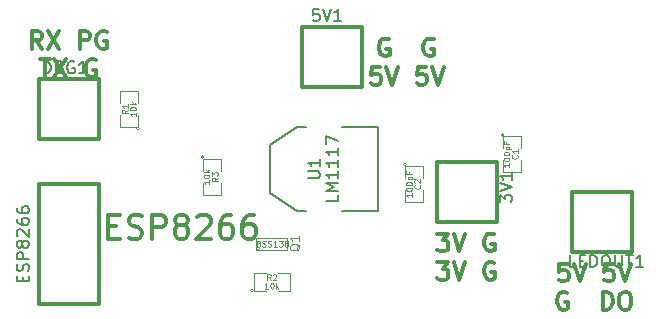
<source format=gto>
G04 (created by PCBNEW (2013-may-18)-stable) date Wed 29 Apr 2015 02:06:08 AM PDT*
%MOIN*%
G04 Gerber Fmt 3.4, Leading zero omitted, Abs format*
%FSLAX34Y34*%
G01*
G70*
G90*
G04 APERTURE LIST*
%ADD10C,0.00590551*%
%ADD11C,0.011811*%
%ADD12C,0.0031*%
%ADD13C,0.008*%
%ADD14C,0.0039*%
%ADD15C,0.012*%
%ADD16C,0.0047*%
%ADD17C,0.0043*%
G04 APERTURE END LIST*
G54D10*
G54D11*
X22562Y-23156D02*
X22825Y-23156D01*
X22937Y-23568D02*
X22562Y-23568D01*
X22562Y-22781D01*
X22937Y-22781D01*
X23237Y-23531D02*
X23350Y-23568D01*
X23537Y-23568D01*
X23612Y-23531D01*
X23650Y-23493D01*
X23687Y-23418D01*
X23687Y-23343D01*
X23650Y-23268D01*
X23612Y-23231D01*
X23537Y-23193D01*
X23387Y-23156D01*
X23312Y-23118D01*
X23275Y-23081D01*
X23237Y-23006D01*
X23237Y-22931D01*
X23275Y-22856D01*
X23312Y-22818D01*
X23387Y-22781D01*
X23575Y-22781D01*
X23687Y-22818D01*
X24025Y-23568D02*
X24025Y-22781D01*
X24325Y-22781D01*
X24400Y-22818D01*
X24437Y-22856D01*
X24475Y-22931D01*
X24475Y-23043D01*
X24437Y-23118D01*
X24400Y-23156D01*
X24325Y-23193D01*
X24025Y-23193D01*
X24925Y-23118D02*
X24850Y-23081D01*
X24812Y-23043D01*
X24775Y-22968D01*
X24775Y-22931D01*
X24812Y-22856D01*
X24850Y-22818D01*
X24925Y-22781D01*
X25074Y-22781D01*
X25149Y-22818D01*
X25187Y-22856D01*
X25224Y-22931D01*
X25224Y-22968D01*
X25187Y-23043D01*
X25149Y-23081D01*
X25074Y-23118D01*
X24925Y-23118D01*
X24850Y-23156D01*
X24812Y-23193D01*
X24775Y-23268D01*
X24775Y-23418D01*
X24812Y-23493D01*
X24850Y-23531D01*
X24925Y-23568D01*
X25074Y-23568D01*
X25149Y-23531D01*
X25187Y-23493D01*
X25224Y-23418D01*
X25224Y-23268D01*
X25187Y-23193D01*
X25149Y-23156D01*
X25074Y-23118D01*
X25524Y-22856D02*
X25562Y-22818D01*
X25637Y-22781D01*
X25824Y-22781D01*
X25899Y-22818D01*
X25937Y-22856D01*
X25974Y-22931D01*
X25974Y-23006D01*
X25937Y-23118D01*
X25487Y-23568D01*
X25974Y-23568D01*
X26649Y-22781D02*
X26499Y-22781D01*
X26424Y-22818D01*
X26387Y-22856D01*
X26312Y-22968D01*
X26274Y-23118D01*
X26274Y-23418D01*
X26312Y-23493D01*
X26349Y-23531D01*
X26424Y-23568D01*
X26574Y-23568D01*
X26649Y-23531D01*
X26687Y-23493D01*
X26724Y-23418D01*
X26724Y-23231D01*
X26687Y-23156D01*
X26649Y-23118D01*
X26574Y-23081D01*
X26424Y-23081D01*
X26349Y-23118D01*
X26312Y-23156D01*
X26274Y-23231D01*
X27399Y-22781D02*
X27249Y-22781D01*
X27174Y-22818D01*
X27137Y-22856D01*
X27062Y-22968D01*
X27024Y-23118D01*
X27024Y-23418D01*
X27062Y-23493D01*
X27099Y-23531D01*
X27174Y-23568D01*
X27324Y-23568D01*
X27399Y-23531D01*
X27437Y-23493D01*
X27474Y-23418D01*
X27474Y-23231D01*
X27437Y-23156D01*
X27399Y-23118D01*
X27324Y-23081D01*
X27174Y-23081D01*
X27099Y-23118D01*
X27062Y-23156D01*
X27024Y-23231D01*
X20336Y-17239D02*
X20139Y-16957D01*
X19998Y-17239D02*
X19998Y-16648D01*
X20223Y-16648D01*
X20279Y-16676D01*
X20307Y-16704D01*
X20336Y-16760D01*
X20336Y-16845D01*
X20307Y-16901D01*
X20279Y-16929D01*
X20223Y-16957D01*
X19998Y-16957D01*
X20532Y-16648D02*
X20926Y-17239D01*
X20926Y-16648D02*
X20532Y-17239D01*
X21601Y-17239D02*
X21601Y-16648D01*
X21826Y-16648D01*
X21882Y-16676D01*
X21910Y-16704D01*
X21938Y-16760D01*
X21938Y-16845D01*
X21910Y-16901D01*
X21882Y-16929D01*
X21826Y-16957D01*
X21601Y-16957D01*
X22501Y-16676D02*
X22445Y-16648D01*
X22360Y-16648D01*
X22276Y-16676D01*
X22220Y-16732D01*
X22192Y-16789D01*
X22163Y-16901D01*
X22163Y-16985D01*
X22192Y-17098D01*
X22220Y-17154D01*
X22276Y-17210D01*
X22360Y-17239D01*
X22417Y-17239D01*
X22501Y-17210D01*
X22529Y-17182D01*
X22529Y-16985D01*
X22417Y-16985D01*
X20279Y-17593D02*
X20617Y-17593D01*
X20448Y-18183D02*
X20448Y-17593D01*
X20757Y-17593D02*
X21151Y-18183D01*
X21151Y-17593D02*
X20757Y-18183D01*
X22135Y-17621D02*
X22079Y-17593D01*
X21995Y-17593D01*
X21910Y-17621D01*
X21854Y-17677D01*
X21826Y-17733D01*
X21798Y-17846D01*
X21798Y-17930D01*
X21826Y-18043D01*
X21854Y-18099D01*
X21910Y-18155D01*
X21995Y-18183D01*
X22051Y-18183D01*
X22135Y-18155D01*
X22163Y-18127D01*
X22163Y-17930D01*
X22051Y-17930D01*
X33529Y-23398D02*
X33895Y-23398D01*
X33698Y-23623D01*
X33782Y-23623D01*
X33839Y-23651D01*
X33867Y-23679D01*
X33895Y-23735D01*
X33895Y-23876D01*
X33867Y-23932D01*
X33839Y-23960D01*
X33782Y-23989D01*
X33614Y-23989D01*
X33557Y-23960D01*
X33529Y-23932D01*
X34064Y-23398D02*
X34260Y-23989D01*
X34457Y-23398D01*
X35413Y-23426D02*
X35357Y-23398D01*
X35273Y-23398D01*
X35188Y-23426D01*
X35132Y-23482D01*
X35104Y-23539D01*
X35076Y-23651D01*
X35076Y-23735D01*
X35104Y-23848D01*
X35132Y-23904D01*
X35188Y-23960D01*
X35273Y-23989D01*
X35329Y-23989D01*
X35413Y-23960D01*
X35442Y-23932D01*
X35442Y-23735D01*
X35329Y-23735D01*
X33529Y-24343D02*
X33895Y-24343D01*
X33698Y-24568D01*
X33782Y-24568D01*
X33839Y-24596D01*
X33867Y-24624D01*
X33895Y-24680D01*
X33895Y-24821D01*
X33867Y-24877D01*
X33839Y-24905D01*
X33782Y-24933D01*
X33614Y-24933D01*
X33557Y-24905D01*
X33529Y-24877D01*
X34064Y-24343D02*
X34260Y-24933D01*
X34457Y-24343D01*
X35413Y-24371D02*
X35357Y-24343D01*
X35273Y-24343D01*
X35188Y-24371D01*
X35132Y-24427D01*
X35104Y-24483D01*
X35076Y-24596D01*
X35076Y-24680D01*
X35104Y-24793D01*
X35132Y-24849D01*
X35188Y-24905D01*
X35273Y-24933D01*
X35329Y-24933D01*
X35413Y-24905D01*
X35442Y-24877D01*
X35442Y-24680D01*
X35329Y-24680D01*
X37878Y-24398D02*
X37597Y-24398D01*
X37568Y-24679D01*
X37597Y-24651D01*
X37653Y-24623D01*
X37793Y-24623D01*
X37850Y-24651D01*
X37878Y-24679D01*
X37906Y-24735D01*
X37906Y-24876D01*
X37878Y-24932D01*
X37850Y-24960D01*
X37793Y-24989D01*
X37653Y-24989D01*
X37597Y-24960D01*
X37568Y-24932D01*
X38075Y-24398D02*
X38271Y-24989D01*
X38468Y-24398D01*
X39396Y-24398D02*
X39115Y-24398D01*
X39087Y-24679D01*
X39115Y-24651D01*
X39171Y-24623D01*
X39312Y-24623D01*
X39368Y-24651D01*
X39396Y-24679D01*
X39424Y-24735D01*
X39424Y-24876D01*
X39396Y-24932D01*
X39368Y-24960D01*
X39312Y-24989D01*
X39171Y-24989D01*
X39115Y-24960D01*
X39087Y-24932D01*
X39593Y-24398D02*
X39790Y-24989D01*
X39987Y-24398D01*
X37850Y-25371D02*
X37793Y-25343D01*
X37709Y-25343D01*
X37625Y-25371D01*
X37568Y-25427D01*
X37540Y-25483D01*
X37512Y-25596D01*
X37512Y-25680D01*
X37540Y-25793D01*
X37568Y-25849D01*
X37625Y-25905D01*
X37709Y-25933D01*
X37765Y-25933D01*
X37850Y-25905D01*
X37878Y-25877D01*
X37878Y-25680D01*
X37765Y-25680D01*
X39031Y-25933D02*
X39031Y-25343D01*
X39171Y-25343D01*
X39256Y-25371D01*
X39312Y-25427D01*
X39340Y-25483D01*
X39368Y-25596D01*
X39368Y-25680D01*
X39340Y-25793D01*
X39312Y-25849D01*
X39256Y-25905D01*
X39171Y-25933D01*
X39031Y-25933D01*
X39734Y-25343D02*
X39846Y-25343D01*
X39902Y-25371D01*
X39959Y-25427D01*
X39987Y-25540D01*
X39987Y-25737D01*
X39959Y-25849D01*
X39902Y-25905D01*
X39846Y-25933D01*
X39734Y-25933D01*
X39678Y-25905D01*
X39621Y-25849D01*
X39593Y-25737D01*
X39593Y-25540D01*
X39621Y-25427D01*
X39678Y-25371D01*
X39734Y-25343D01*
X31909Y-16926D02*
X31853Y-16898D01*
X31768Y-16898D01*
X31684Y-16926D01*
X31628Y-16982D01*
X31600Y-17039D01*
X31571Y-17151D01*
X31571Y-17235D01*
X31600Y-17348D01*
X31628Y-17404D01*
X31684Y-17460D01*
X31768Y-17489D01*
X31825Y-17489D01*
X31909Y-17460D01*
X31937Y-17432D01*
X31937Y-17235D01*
X31825Y-17235D01*
X33399Y-16926D02*
X33343Y-16898D01*
X33259Y-16898D01*
X33174Y-16926D01*
X33118Y-16982D01*
X33090Y-17039D01*
X33062Y-17151D01*
X33062Y-17235D01*
X33090Y-17348D01*
X33118Y-17404D01*
X33174Y-17460D01*
X33259Y-17489D01*
X33315Y-17489D01*
X33399Y-17460D01*
X33428Y-17432D01*
X33428Y-17235D01*
X33315Y-17235D01*
X31628Y-17843D02*
X31347Y-17843D01*
X31318Y-18124D01*
X31347Y-18096D01*
X31403Y-18068D01*
X31543Y-18068D01*
X31600Y-18096D01*
X31628Y-18124D01*
X31656Y-18180D01*
X31656Y-18321D01*
X31628Y-18377D01*
X31600Y-18405D01*
X31543Y-18433D01*
X31403Y-18433D01*
X31347Y-18405D01*
X31318Y-18377D01*
X31825Y-17843D02*
X32021Y-18433D01*
X32218Y-17843D01*
X33146Y-17843D02*
X32865Y-17843D01*
X32837Y-18124D01*
X32865Y-18096D01*
X32921Y-18068D01*
X33062Y-18068D01*
X33118Y-18096D01*
X33146Y-18124D01*
X33174Y-18180D01*
X33174Y-18321D01*
X33146Y-18377D01*
X33118Y-18405D01*
X33062Y-18433D01*
X32921Y-18433D01*
X32865Y-18405D01*
X32837Y-18377D01*
X33343Y-17843D02*
X33540Y-18433D01*
X33737Y-17843D01*
G54D12*
X27599Y-23888D02*
G75*
G03X27599Y-23888I-62J0D01*
G74*
G01*
X28500Y-23550D02*
X28500Y-23950D01*
X27475Y-23550D02*
X27475Y-23950D01*
X28500Y-23950D02*
X27475Y-23950D01*
X27475Y-23550D02*
X28500Y-23550D01*
G54D13*
X30350Y-22650D02*
X31550Y-22650D01*
X31550Y-22650D02*
X31550Y-19850D01*
X31550Y-19850D02*
X30350Y-19850D01*
X29150Y-22650D02*
X28850Y-22650D01*
X28850Y-22650D02*
X27950Y-22050D01*
X27950Y-22050D02*
X27950Y-20450D01*
X27950Y-20450D02*
X28850Y-19850D01*
X28850Y-19850D02*
X29150Y-19850D01*
G54D14*
X23600Y-19900D02*
G75*
G03X23600Y-19900I-50J0D01*
G74*
G01*
X23550Y-19450D02*
X23550Y-19850D01*
X23550Y-19850D02*
X22950Y-19850D01*
X22950Y-19850D02*
X22950Y-19450D01*
X22950Y-19050D02*
X22950Y-18650D01*
X22950Y-18650D02*
X23550Y-18650D01*
X23550Y-18650D02*
X23550Y-19050D01*
X32500Y-21100D02*
G75*
G03X32500Y-21100I-50J0D01*
G74*
G01*
X32450Y-21550D02*
X32450Y-21150D01*
X32450Y-21150D02*
X33050Y-21150D01*
X33050Y-21150D02*
X33050Y-21550D01*
X33050Y-21950D02*
X33050Y-22350D01*
X33050Y-22350D02*
X32450Y-22350D01*
X32450Y-22350D02*
X32450Y-21950D01*
X35750Y-20100D02*
G75*
G03X35750Y-20100I-50J0D01*
G74*
G01*
X35700Y-20550D02*
X35700Y-20150D01*
X35700Y-20150D02*
X36300Y-20150D01*
X36300Y-20150D02*
X36300Y-20550D01*
X36300Y-20950D02*
X36300Y-21350D01*
X36300Y-21350D02*
X35700Y-21350D01*
X35700Y-21350D02*
X35700Y-20950D01*
X27400Y-25300D02*
G75*
G03X27400Y-25300I-50J0D01*
G74*
G01*
X27800Y-25300D02*
X27400Y-25300D01*
X27400Y-25300D02*
X27400Y-24700D01*
X27400Y-24700D02*
X27800Y-24700D01*
X28200Y-24700D02*
X28600Y-24700D01*
X28600Y-24700D02*
X28600Y-25300D01*
X28600Y-25300D02*
X28200Y-25300D01*
X25750Y-20850D02*
G75*
G03X25750Y-20850I-50J0D01*
G74*
G01*
X25700Y-21300D02*
X25700Y-20900D01*
X25700Y-20900D02*
X26300Y-20900D01*
X26300Y-20900D02*
X26300Y-21300D01*
X26300Y-21700D02*
X26300Y-22100D01*
X26300Y-22100D02*
X25700Y-22100D01*
X25700Y-22100D02*
X25700Y-21700D01*
G54D15*
X20250Y-25750D02*
X20250Y-21750D01*
X20250Y-21750D02*
X22250Y-21750D01*
X22250Y-21750D02*
X22250Y-25750D01*
X22250Y-25750D02*
X20250Y-25750D01*
X29000Y-16500D02*
X31000Y-16500D01*
X31000Y-16500D02*
X31000Y-18500D01*
X31000Y-18500D02*
X29000Y-18500D01*
X29000Y-18500D02*
X29000Y-16500D01*
X35500Y-21000D02*
X35500Y-23000D01*
X35500Y-23000D02*
X33500Y-23000D01*
X33500Y-23000D02*
X33500Y-21000D01*
X33500Y-21000D02*
X35500Y-21000D01*
X40000Y-24000D02*
X38000Y-24000D01*
X38000Y-24000D02*
X38000Y-22000D01*
X38000Y-22000D02*
X40000Y-22000D01*
X40000Y-22000D02*
X40000Y-24000D01*
X20250Y-18250D02*
X22250Y-18250D01*
X22250Y-18250D02*
X22250Y-20250D01*
X22250Y-20250D02*
X20250Y-20250D01*
X20250Y-20250D02*
X20250Y-18250D01*
G54D16*
X28937Y-23739D02*
X28922Y-23768D01*
X28894Y-23796D01*
X28851Y-23839D01*
X28837Y-23868D01*
X28837Y-23896D01*
X28908Y-23882D02*
X28894Y-23911D01*
X28865Y-23939D01*
X28808Y-23953D01*
X28708Y-23953D01*
X28651Y-23939D01*
X28622Y-23911D01*
X28608Y-23882D01*
X28608Y-23825D01*
X28622Y-23796D01*
X28651Y-23768D01*
X28708Y-23753D01*
X28808Y-23753D01*
X28865Y-23768D01*
X28894Y-23796D01*
X28908Y-23825D01*
X28908Y-23882D01*
X28908Y-23468D02*
X28908Y-23639D01*
X28908Y-23553D02*
X28608Y-23553D01*
X28651Y-23582D01*
X28679Y-23611D01*
X28694Y-23639D01*
G54D14*
X27570Y-23726D02*
X27598Y-23735D01*
X27607Y-23745D01*
X27616Y-23764D01*
X27616Y-23792D01*
X27607Y-23810D01*
X27598Y-23820D01*
X27579Y-23829D01*
X27504Y-23829D01*
X27504Y-23632D01*
X27570Y-23632D01*
X27588Y-23642D01*
X27598Y-23651D01*
X27607Y-23670D01*
X27607Y-23689D01*
X27598Y-23707D01*
X27588Y-23717D01*
X27570Y-23726D01*
X27504Y-23726D01*
X27691Y-23820D02*
X27720Y-23829D01*
X27767Y-23829D01*
X27785Y-23820D01*
X27795Y-23810D01*
X27804Y-23792D01*
X27804Y-23773D01*
X27795Y-23754D01*
X27785Y-23745D01*
X27767Y-23735D01*
X27729Y-23726D01*
X27710Y-23717D01*
X27701Y-23707D01*
X27691Y-23689D01*
X27691Y-23670D01*
X27701Y-23651D01*
X27710Y-23642D01*
X27729Y-23632D01*
X27776Y-23632D01*
X27804Y-23642D01*
X27879Y-23820D02*
X27907Y-23829D01*
X27954Y-23829D01*
X27973Y-23820D01*
X27982Y-23810D01*
X27992Y-23792D01*
X27992Y-23773D01*
X27982Y-23754D01*
X27973Y-23745D01*
X27954Y-23735D01*
X27917Y-23726D01*
X27898Y-23717D01*
X27888Y-23707D01*
X27879Y-23689D01*
X27879Y-23670D01*
X27888Y-23651D01*
X27898Y-23642D01*
X27917Y-23632D01*
X27964Y-23632D01*
X27992Y-23642D01*
X28179Y-23829D02*
X28067Y-23829D01*
X28123Y-23829D02*
X28123Y-23632D01*
X28104Y-23660D01*
X28085Y-23679D01*
X28067Y-23689D01*
X28245Y-23632D02*
X28367Y-23632D01*
X28301Y-23707D01*
X28329Y-23707D01*
X28348Y-23717D01*
X28358Y-23726D01*
X28367Y-23745D01*
X28367Y-23792D01*
X28358Y-23810D01*
X28348Y-23820D01*
X28329Y-23829D01*
X28273Y-23829D01*
X28254Y-23820D01*
X28245Y-23810D01*
X28479Y-23717D02*
X28461Y-23707D01*
X28451Y-23698D01*
X28442Y-23679D01*
X28442Y-23670D01*
X28451Y-23651D01*
X28461Y-23642D01*
X28479Y-23632D01*
X28517Y-23632D01*
X28536Y-23642D01*
X28545Y-23651D01*
X28555Y-23670D01*
X28555Y-23679D01*
X28545Y-23698D01*
X28536Y-23707D01*
X28517Y-23717D01*
X28479Y-23717D01*
X28461Y-23726D01*
X28451Y-23735D01*
X28442Y-23754D01*
X28442Y-23792D01*
X28451Y-23810D01*
X28461Y-23820D01*
X28479Y-23829D01*
X28517Y-23829D01*
X28536Y-23820D01*
X28545Y-23810D01*
X28555Y-23792D01*
X28555Y-23754D01*
X28545Y-23735D01*
X28536Y-23726D01*
X28517Y-23717D01*
G54D13*
X29211Y-21554D02*
X29535Y-21554D01*
X29573Y-21535D01*
X29592Y-21516D01*
X29611Y-21478D01*
X29611Y-21402D01*
X29592Y-21364D01*
X29573Y-21345D01*
X29535Y-21326D01*
X29211Y-21326D01*
X29611Y-20926D02*
X29611Y-21154D01*
X29611Y-21040D02*
X29211Y-21040D01*
X29269Y-21078D01*
X29307Y-21116D01*
X29326Y-21154D01*
X30211Y-22116D02*
X30211Y-22307D01*
X29811Y-22307D01*
X30211Y-21983D02*
X29811Y-21983D01*
X30097Y-21850D01*
X29811Y-21716D01*
X30211Y-21716D01*
X30211Y-21316D02*
X30211Y-21545D01*
X30211Y-21430D02*
X29811Y-21430D01*
X29869Y-21469D01*
X29907Y-21507D01*
X29926Y-21545D01*
X30211Y-20935D02*
X30211Y-21164D01*
X30211Y-21049D02*
X29811Y-21049D01*
X29869Y-21088D01*
X29907Y-21126D01*
X29926Y-21164D01*
X30211Y-20554D02*
X30211Y-20783D01*
X30211Y-20669D02*
X29811Y-20669D01*
X29869Y-20707D01*
X29907Y-20745D01*
X29926Y-20783D01*
X29811Y-20421D02*
X29811Y-20154D01*
X30211Y-20326D01*
G54D17*
X23204Y-19282D02*
X23110Y-19348D01*
X23204Y-19395D02*
X23007Y-19395D01*
X23007Y-19320D01*
X23017Y-19301D01*
X23026Y-19292D01*
X23045Y-19282D01*
X23073Y-19282D01*
X23092Y-19292D01*
X23101Y-19301D01*
X23110Y-19320D01*
X23110Y-19395D01*
X23204Y-19095D02*
X23204Y-19207D01*
X23204Y-19151D02*
X23007Y-19151D01*
X23035Y-19170D01*
X23054Y-19189D01*
X23064Y-19207D01*
X23479Y-19367D02*
X23479Y-19479D01*
X23479Y-19423D02*
X23282Y-19423D01*
X23310Y-19442D01*
X23329Y-19461D01*
X23339Y-19479D01*
X23282Y-19245D02*
X23282Y-19226D01*
X23292Y-19207D01*
X23301Y-19198D01*
X23320Y-19189D01*
X23357Y-19179D01*
X23404Y-19179D01*
X23442Y-19189D01*
X23460Y-19198D01*
X23470Y-19207D01*
X23479Y-19226D01*
X23479Y-19245D01*
X23470Y-19264D01*
X23460Y-19273D01*
X23442Y-19282D01*
X23404Y-19292D01*
X23357Y-19292D01*
X23320Y-19282D01*
X23301Y-19273D01*
X23292Y-19264D01*
X23282Y-19245D01*
X23479Y-19095D02*
X23282Y-19095D01*
X23404Y-19076D02*
X23479Y-19020D01*
X23348Y-19020D02*
X23423Y-19095D01*
X32935Y-21782D02*
X32945Y-21792D01*
X32954Y-21820D01*
X32954Y-21839D01*
X32945Y-21867D01*
X32926Y-21886D01*
X32907Y-21895D01*
X32870Y-21904D01*
X32842Y-21904D01*
X32804Y-21895D01*
X32785Y-21886D01*
X32767Y-21867D01*
X32757Y-21839D01*
X32757Y-21820D01*
X32767Y-21792D01*
X32776Y-21782D01*
X32776Y-21707D02*
X32767Y-21698D01*
X32757Y-21679D01*
X32757Y-21632D01*
X32767Y-21613D01*
X32776Y-21604D01*
X32795Y-21595D01*
X32814Y-21595D01*
X32842Y-21604D01*
X32954Y-21717D01*
X32954Y-21595D01*
X32679Y-22054D02*
X32679Y-22167D01*
X32679Y-22111D02*
X32482Y-22111D01*
X32510Y-22129D01*
X32529Y-22148D01*
X32539Y-22167D01*
X32482Y-21932D02*
X32482Y-21914D01*
X32492Y-21895D01*
X32501Y-21886D01*
X32520Y-21876D01*
X32557Y-21867D01*
X32604Y-21867D01*
X32642Y-21876D01*
X32660Y-21886D01*
X32670Y-21895D01*
X32679Y-21914D01*
X32679Y-21932D01*
X32670Y-21951D01*
X32660Y-21961D01*
X32642Y-21970D01*
X32604Y-21979D01*
X32557Y-21979D01*
X32520Y-21970D01*
X32501Y-21961D01*
X32492Y-21951D01*
X32482Y-21932D01*
X32482Y-21745D02*
X32482Y-21726D01*
X32492Y-21707D01*
X32501Y-21698D01*
X32520Y-21689D01*
X32557Y-21679D01*
X32604Y-21679D01*
X32642Y-21689D01*
X32660Y-21698D01*
X32670Y-21707D01*
X32679Y-21726D01*
X32679Y-21745D01*
X32670Y-21764D01*
X32660Y-21773D01*
X32642Y-21782D01*
X32604Y-21792D01*
X32557Y-21792D01*
X32520Y-21782D01*
X32501Y-21773D01*
X32492Y-21764D01*
X32482Y-21745D01*
X32548Y-21595D02*
X32745Y-21595D01*
X32557Y-21595D02*
X32548Y-21576D01*
X32548Y-21538D01*
X32557Y-21520D01*
X32567Y-21510D01*
X32585Y-21501D01*
X32642Y-21501D01*
X32660Y-21510D01*
X32670Y-21520D01*
X32679Y-21538D01*
X32679Y-21576D01*
X32670Y-21595D01*
X32576Y-21351D02*
X32576Y-21416D01*
X32679Y-21416D02*
X32482Y-21416D01*
X32482Y-21323D01*
X36185Y-20782D02*
X36195Y-20792D01*
X36204Y-20820D01*
X36204Y-20839D01*
X36195Y-20867D01*
X36176Y-20886D01*
X36157Y-20895D01*
X36120Y-20904D01*
X36092Y-20904D01*
X36054Y-20895D01*
X36035Y-20886D01*
X36017Y-20867D01*
X36007Y-20839D01*
X36007Y-20820D01*
X36017Y-20792D01*
X36026Y-20782D01*
X36204Y-20595D02*
X36204Y-20707D01*
X36204Y-20651D02*
X36007Y-20651D01*
X36035Y-20670D01*
X36054Y-20689D01*
X36064Y-20707D01*
X35929Y-21054D02*
X35929Y-21167D01*
X35929Y-21111D02*
X35732Y-21111D01*
X35760Y-21129D01*
X35779Y-21148D01*
X35789Y-21167D01*
X35732Y-20932D02*
X35732Y-20914D01*
X35742Y-20895D01*
X35751Y-20886D01*
X35770Y-20876D01*
X35807Y-20867D01*
X35854Y-20867D01*
X35892Y-20876D01*
X35910Y-20886D01*
X35920Y-20895D01*
X35929Y-20914D01*
X35929Y-20932D01*
X35920Y-20951D01*
X35910Y-20961D01*
X35892Y-20970D01*
X35854Y-20979D01*
X35807Y-20979D01*
X35770Y-20970D01*
X35751Y-20961D01*
X35742Y-20951D01*
X35732Y-20932D01*
X35732Y-20745D02*
X35732Y-20726D01*
X35742Y-20707D01*
X35751Y-20698D01*
X35770Y-20689D01*
X35807Y-20679D01*
X35854Y-20679D01*
X35892Y-20689D01*
X35910Y-20698D01*
X35920Y-20707D01*
X35929Y-20726D01*
X35929Y-20745D01*
X35920Y-20764D01*
X35910Y-20773D01*
X35892Y-20782D01*
X35854Y-20792D01*
X35807Y-20792D01*
X35770Y-20782D01*
X35751Y-20773D01*
X35742Y-20764D01*
X35732Y-20745D01*
X35798Y-20595D02*
X35995Y-20595D01*
X35807Y-20595D02*
X35798Y-20576D01*
X35798Y-20538D01*
X35807Y-20520D01*
X35817Y-20510D01*
X35835Y-20501D01*
X35892Y-20501D01*
X35910Y-20510D01*
X35920Y-20520D01*
X35929Y-20538D01*
X35929Y-20576D01*
X35920Y-20595D01*
X35826Y-20351D02*
X35826Y-20416D01*
X35929Y-20416D02*
X35732Y-20416D01*
X35732Y-20323D01*
X27967Y-24954D02*
X27901Y-24860D01*
X27854Y-24954D02*
X27854Y-24757D01*
X27929Y-24757D01*
X27948Y-24767D01*
X27957Y-24776D01*
X27967Y-24795D01*
X27967Y-24823D01*
X27957Y-24842D01*
X27948Y-24851D01*
X27929Y-24860D01*
X27854Y-24860D01*
X28042Y-24776D02*
X28051Y-24767D01*
X28070Y-24757D01*
X28117Y-24757D01*
X28136Y-24767D01*
X28145Y-24776D01*
X28154Y-24795D01*
X28154Y-24814D01*
X28145Y-24842D01*
X28032Y-24954D01*
X28154Y-24954D01*
X27882Y-25229D02*
X27770Y-25229D01*
X27826Y-25229D02*
X27826Y-25032D01*
X27807Y-25060D01*
X27788Y-25079D01*
X27770Y-25089D01*
X28004Y-25032D02*
X28023Y-25032D01*
X28042Y-25042D01*
X28051Y-25051D01*
X28060Y-25070D01*
X28070Y-25107D01*
X28070Y-25154D01*
X28060Y-25192D01*
X28051Y-25210D01*
X28042Y-25220D01*
X28023Y-25229D01*
X28004Y-25229D01*
X27985Y-25220D01*
X27976Y-25210D01*
X27967Y-25192D01*
X27957Y-25154D01*
X27957Y-25107D01*
X27967Y-25070D01*
X27976Y-25051D01*
X27985Y-25042D01*
X28004Y-25032D01*
X28154Y-25229D02*
X28154Y-25032D01*
X28173Y-25154D02*
X28229Y-25229D01*
X28229Y-25098D02*
X28154Y-25173D01*
X26204Y-21532D02*
X26110Y-21598D01*
X26204Y-21645D02*
X26007Y-21645D01*
X26007Y-21570D01*
X26017Y-21551D01*
X26026Y-21542D01*
X26045Y-21532D01*
X26073Y-21532D01*
X26092Y-21542D01*
X26101Y-21551D01*
X26110Y-21570D01*
X26110Y-21645D01*
X26007Y-21467D02*
X26007Y-21345D01*
X26082Y-21410D01*
X26082Y-21382D01*
X26092Y-21363D01*
X26101Y-21354D01*
X26120Y-21345D01*
X26167Y-21345D01*
X26185Y-21354D01*
X26195Y-21363D01*
X26204Y-21382D01*
X26204Y-21439D01*
X26195Y-21457D01*
X26185Y-21467D01*
X25929Y-21617D02*
X25929Y-21729D01*
X25929Y-21673D02*
X25732Y-21673D01*
X25760Y-21692D01*
X25779Y-21711D01*
X25789Y-21729D01*
X25732Y-21495D02*
X25732Y-21476D01*
X25742Y-21457D01*
X25751Y-21448D01*
X25770Y-21439D01*
X25807Y-21429D01*
X25854Y-21429D01*
X25892Y-21439D01*
X25910Y-21448D01*
X25920Y-21457D01*
X25929Y-21476D01*
X25929Y-21495D01*
X25920Y-21514D01*
X25910Y-21523D01*
X25892Y-21532D01*
X25854Y-21542D01*
X25807Y-21542D01*
X25770Y-21532D01*
X25751Y-21523D01*
X25742Y-21514D01*
X25732Y-21495D01*
X25929Y-21345D02*
X25732Y-21345D01*
X25854Y-21326D02*
X25929Y-21270D01*
X25798Y-21270D02*
X25873Y-21345D01*
G54D13*
X19702Y-24988D02*
X19702Y-24854D01*
X19911Y-24797D02*
X19911Y-24988D01*
X19511Y-24988D01*
X19511Y-24797D01*
X19892Y-24645D02*
X19911Y-24588D01*
X19911Y-24492D01*
X19892Y-24454D01*
X19873Y-24435D01*
X19835Y-24416D01*
X19797Y-24416D01*
X19759Y-24435D01*
X19740Y-24454D01*
X19721Y-24492D01*
X19702Y-24569D01*
X19683Y-24607D01*
X19664Y-24626D01*
X19626Y-24645D01*
X19588Y-24645D01*
X19550Y-24626D01*
X19530Y-24607D01*
X19511Y-24569D01*
X19511Y-24473D01*
X19530Y-24416D01*
X19911Y-24245D02*
X19511Y-24245D01*
X19511Y-24092D01*
X19530Y-24054D01*
X19550Y-24035D01*
X19588Y-24016D01*
X19645Y-24016D01*
X19683Y-24035D01*
X19702Y-24054D01*
X19721Y-24092D01*
X19721Y-24245D01*
X19683Y-23788D02*
X19664Y-23826D01*
X19645Y-23845D01*
X19607Y-23864D01*
X19588Y-23864D01*
X19550Y-23845D01*
X19530Y-23826D01*
X19511Y-23788D01*
X19511Y-23711D01*
X19530Y-23673D01*
X19550Y-23654D01*
X19588Y-23635D01*
X19607Y-23635D01*
X19645Y-23654D01*
X19664Y-23673D01*
X19683Y-23711D01*
X19683Y-23788D01*
X19702Y-23826D01*
X19721Y-23845D01*
X19759Y-23864D01*
X19835Y-23864D01*
X19873Y-23845D01*
X19892Y-23826D01*
X19911Y-23788D01*
X19911Y-23711D01*
X19892Y-23673D01*
X19873Y-23654D01*
X19835Y-23635D01*
X19759Y-23635D01*
X19721Y-23654D01*
X19702Y-23673D01*
X19683Y-23711D01*
X19550Y-23483D02*
X19530Y-23464D01*
X19511Y-23426D01*
X19511Y-23330D01*
X19530Y-23292D01*
X19550Y-23273D01*
X19588Y-23254D01*
X19626Y-23254D01*
X19683Y-23273D01*
X19911Y-23502D01*
X19911Y-23254D01*
X19511Y-22911D02*
X19511Y-22988D01*
X19530Y-23026D01*
X19550Y-23045D01*
X19607Y-23083D01*
X19683Y-23102D01*
X19835Y-23102D01*
X19873Y-23083D01*
X19892Y-23064D01*
X19911Y-23026D01*
X19911Y-22950D01*
X19892Y-22911D01*
X19873Y-22892D01*
X19835Y-22873D01*
X19740Y-22873D01*
X19702Y-22892D01*
X19683Y-22911D01*
X19664Y-22950D01*
X19664Y-23026D01*
X19683Y-23064D01*
X19702Y-23083D01*
X19740Y-23102D01*
X19511Y-22530D02*
X19511Y-22607D01*
X19530Y-22645D01*
X19550Y-22664D01*
X19607Y-22702D01*
X19683Y-22721D01*
X19835Y-22721D01*
X19873Y-22702D01*
X19892Y-22683D01*
X19911Y-22645D01*
X19911Y-22569D01*
X19892Y-22530D01*
X19873Y-22511D01*
X19835Y-22492D01*
X19740Y-22492D01*
X19702Y-22511D01*
X19683Y-22530D01*
X19664Y-22569D01*
X19664Y-22645D01*
X19683Y-22683D01*
X19702Y-22702D01*
X19740Y-22721D01*
X29583Y-15911D02*
X29392Y-15911D01*
X29373Y-16102D01*
X29392Y-16083D01*
X29430Y-16064D01*
X29526Y-16064D01*
X29564Y-16083D01*
X29583Y-16102D01*
X29602Y-16140D01*
X29602Y-16235D01*
X29583Y-16273D01*
X29564Y-16292D01*
X29526Y-16311D01*
X29430Y-16311D01*
X29392Y-16292D01*
X29373Y-16273D01*
X29716Y-15911D02*
X29850Y-16311D01*
X29983Y-15911D01*
X30326Y-16311D02*
X30097Y-16311D01*
X30211Y-16311D02*
X30211Y-15911D01*
X30173Y-15969D01*
X30135Y-16007D01*
X30097Y-16026D01*
X35611Y-22345D02*
X35611Y-22097D01*
X35764Y-22230D01*
X35764Y-22173D01*
X35783Y-22135D01*
X35802Y-22116D01*
X35840Y-22097D01*
X35935Y-22097D01*
X35973Y-22116D01*
X35992Y-22135D01*
X36011Y-22173D01*
X36011Y-22288D01*
X35992Y-22326D01*
X35973Y-22345D01*
X35611Y-21983D02*
X36011Y-21849D01*
X35611Y-21716D01*
X36011Y-21373D02*
X36011Y-21602D01*
X36011Y-21488D02*
X35611Y-21488D01*
X35669Y-21526D01*
X35707Y-21564D01*
X35726Y-21602D01*
X38130Y-24511D02*
X37940Y-24511D01*
X37940Y-24111D01*
X38264Y-24302D02*
X38397Y-24302D01*
X38454Y-24511D02*
X38264Y-24511D01*
X38264Y-24111D01*
X38454Y-24111D01*
X38626Y-24511D02*
X38626Y-24111D01*
X38721Y-24111D01*
X38778Y-24130D01*
X38816Y-24169D01*
X38835Y-24207D01*
X38854Y-24283D01*
X38854Y-24340D01*
X38835Y-24416D01*
X38816Y-24454D01*
X38778Y-24492D01*
X38721Y-24511D01*
X38626Y-24511D01*
X39102Y-24111D02*
X39178Y-24111D01*
X39216Y-24130D01*
X39254Y-24169D01*
X39273Y-24245D01*
X39273Y-24378D01*
X39254Y-24454D01*
X39216Y-24492D01*
X39178Y-24511D01*
X39102Y-24511D01*
X39064Y-24492D01*
X39026Y-24454D01*
X39007Y-24378D01*
X39007Y-24245D01*
X39026Y-24169D01*
X39064Y-24130D01*
X39102Y-24111D01*
X39445Y-24111D02*
X39445Y-24435D01*
X39464Y-24473D01*
X39483Y-24492D01*
X39521Y-24511D01*
X39597Y-24511D01*
X39635Y-24492D01*
X39654Y-24473D01*
X39673Y-24435D01*
X39673Y-24111D01*
X39807Y-24111D02*
X40035Y-24111D01*
X39921Y-24511D02*
X39921Y-24111D01*
X40378Y-24511D02*
X40150Y-24511D01*
X40264Y-24511D02*
X40264Y-24111D01*
X40226Y-24169D01*
X40188Y-24207D01*
X40150Y-24226D01*
X20404Y-18061D02*
X20404Y-17661D01*
X20500Y-17661D01*
X20557Y-17680D01*
X20595Y-17719D01*
X20614Y-17757D01*
X20633Y-17833D01*
X20633Y-17890D01*
X20614Y-17966D01*
X20595Y-18004D01*
X20557Y-18042D01*
X20500Y-18061D01*
X20404Y-18061D01*
X20938Y-17852D02*
X20995Y-17871D01*
X21014Y-17890D01*
X21033Y-17928D01*
X21033Y-17985D01*
X21014Y-18023D01*
X20995Y-18042D01*
X20957Y-18061D01*
X20804Y-18061D01*
X20804Y-17661D01*
X20938Y-17661D01*
X20976Y-17680D01*
X20995Y-17700D01*
X21014Y-17738D01*
X21014Y-17776D01*
X20995Y-17814D01*
X20976Y-17833D01*
X20938Y-17852D01*
X20804Y-17852D01*
X21414Y-17680D02*
X21376Y-17661D01*
X21319Y-17661D01*
X21261Y-17680D01*
X21223Y-17719D01*
X21204Y-17757D01*
X21185Y-17833D01*
X21185Y-17890D01*
X21204Y-17966D01*
X21223Y-18004D01*
X21261Y-18042D01*
X21319Y-18061D01*
X21357Y-18061D01*
X21414Y-18042D01*
X21433Y-18023D01*
X21433Y-17890D01*
X21357Y-17890D01*
X21814Y-18061D02*
X21585Y-18061D01*
X21700Y-18061D02*
X21700Y-17661D01*
X21661Y-17719D01*
X21623Y-17757D01*
X21585Y-17776D01*
M02*

</source>
